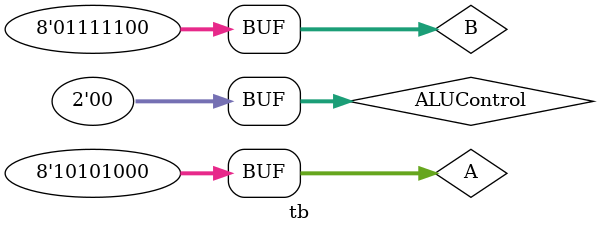
<source format=v>
module tb();
    reg [7:0] A, B;
    reg [1:0] ALUControl;

    wire [7:0] Result;
    wire [8:0] vCheck;

    ALU4 dut(
        .A(A), .B(B), .ALUControl(ALUControl), .Result(Result), 
        .Z(Z), .N(N), .C(C), .V(V), .vCheck(vCheck)
    );

    initial begin
      $dumpfile("dump.vcd");
      $dumpvars(0);
    end

    initial begin
      A <= 8'b10101000;
      B <= 8'b01111100;
      ALUControl <= 2'b00;
      #100;

      // A <= 8'b11111111;
      // B <= 8'b11111111;
      // ALUControl <= 2'b01;
      // #100;

      // A <= 8'b00100010;
      // B <= 8'b00010100;
      // ALUControl <= 2'b10;
      // #100;

      // A <= 8'b00100010;
      // B <= 8'b00101000;
      // ALUControl <= 2'b11;
      #100;
    end

endmodule
</source>
